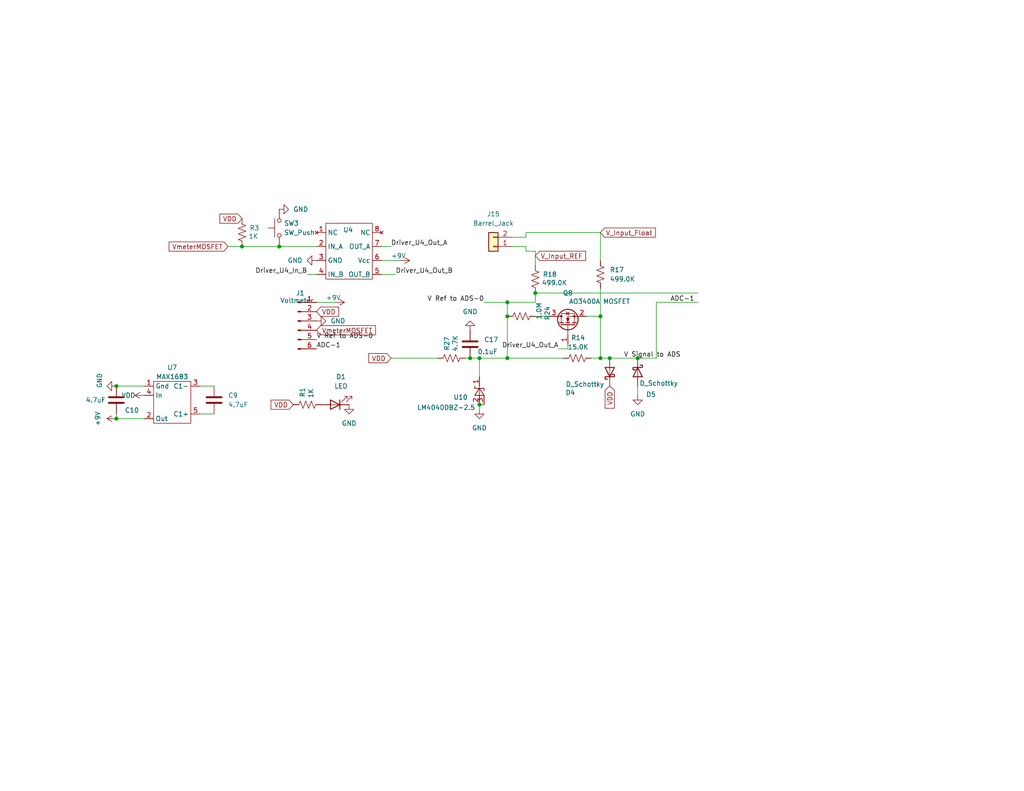
<source format=kicad_sch>
(kicad_sch (version 20250114) (generator "eeschema") (generator_version "9.0")
  (paper "USLetter")
  (title_block (title "Arduino Uno DMM Shield") (date "2025-02-22") (rev "1A") (company "Nick Mann"))
  (lib_symbols
    (symbol "Connector:Conn_01x06_Pin" (pin_names (offset 1.016) (hide yes))
      (property "Reference" "J" (at 0 7.62 0))
      (property "Value" "Conn_01x06_Pin" (at 0 -10.16 0))
      (symbol "Conn_01x06_Pin_1_1"
        (rectangle (start 0.8636 5.207) (end 0 4.953) (stroke (width 0.1524)) (fill (type outline)))
        (rectangle (start 0.8636 2.667) (end 0 2.413) (stroke (width 0.1524)) (fill (type outline)))
        (rectangle (start 0.8636 0.127) (end 0 -0.127) (stroke (width 0.1524)) (fill (type outline)))
        (rectangle (start 0.8636 -2.413) (end 0 -2.667) (stroke (width 0.1524)) (fill (type outline)))
        (rectangle (start 0.8636 -4.953) (end 0 -5.207) (stroke (width 0.1524)) (fill (type outline)))
        (rectangle (start 0.8636 -7.493) (end 0 -7.747) (stroke (width 0.1524)) (fill (type outline)))
        (polyline (pts (xy 1.27 5.08) (xy 0.8636 5.08)) (stroke (width 0.1524)))
        (polyline (pts (xy 1.27 2.54) (xy 0.8636 2.54)) (stroke (width 0.1524)))
        (polyline (pts (xy 1.27 0) (xy 0.8636 0)) (stroke (width 0.1524)))
        (polyline (pts (xy 1.27 -2.54) (xy 0.8636 -2.54)) (stroke (width 0.1524)))
        (polyline (pts (xy 1.27 -5.08) (xy 0.8636 -5.08)) (stroke (width 0.1524)))
        (polyline (pts (xy 1.27 -7.62) (xy 0.8636 -7.62)) (stroke (width 0.1524)))
        (pin passive line (at 5.08 5.08 180) (length 3.81) (name "Pin_1") (number "1"))
        (pin passive line (at 5.08 2.54 180) (length 3.81) (name "Pin_2") (number "2"))
        (pin passive line (at 5.08 0 180) (length 3.81) (name "Pin_3") (number "3"))
        (pin passive line (at 5.08 -2.54 180) (length 3.81) (name "Pin_4") (number "4"))
        (pin passive line (at 5.08 -5.08 180) (length 3.81) (name "Pin_5") (number "5"))
        (pin passive line (at 5.08 -7.62 180) (length 3.81) (name "Pin_6") (number "6"))
      )
    )
    (symbol "Connector_Generic:Conn_01x02" (pin_names (offset 1.016) (hide yes))
      (property "Reference" "J" (at 0 2.54 0))
      (property "Value" "Conn_01x02" (at 0 -5.08 0))
      (symbol "Conn_01x02_1_1"
        (rectangle (start -1.27 1.27) (end 1.27 -3.81) (stroke (width 0.254)) (fill (type background)))
        (rectangle (start -1.27 0.127) (end 0 -0.127) (stroke (width 0.1524)))
        (rectangle (start -1.27 -2.413) (end 0 -2.667) (stroke (width 0.1524)))
        (pin passive line (at -5.08 0 0) (length 3.81) (name "Pin_1") (number "1"))
        (pin passive line (at -5.08 -2.54 0) (length 3.81) (name "Pin_2") (number "2"))
      )
    )
    (symbol "CustomLibrary:IX4426_"
      (property "Reference" "U" (at 0.762 0 0))
      (symbol "IX4426__0_1"
        (rectangle (start 0 -1.27) (end 12.7 -16.51))
      )
      (symbol "IX4426__1_1"
        (pin no_connect line (at -2.54 -3.81 0) (length 2.54) (name "NC") (number "1"))
        (pin input line (at -2.54 -7.62 0) (length 2.54) (name "IN_A") (number "2"))
        (pin power_in line (at -2.54 -11.43 0) (length 2.54) (name "GND") (number "3"))
        (pin power_in line (at -2.54 -15.24 0) (length 2.54) (name "IN_B") (number "4"))
        (pin no_connect line (at 15.24 -3.81 180) (length 2.54) (name "NC") (number "8"))
        (pin power_in line (at 15.24 -7.62 180) (length 2.54) (name "OUT_A") (number "7"))
        (pin power_in line (at 15.24 -11.43 180) (length 2.54) (name "Vcc") (number "6"))
        (pin power_in line (at 15.24 -15.24 180) (length 2.54) (name "OUT_B") (number "5"))
      )
    )
    (symbol "Device:C" (pin_numbers (hide yes)) (pin_names (offset 0.254))
      (property "Reference" "C" (at 0.635 2.54 0))
      (property "Value" "C" (at 0.635 -2.54 0))
      (symbol "C_0_1"
        (polyline (pts (xy -2.032 0.762) (xy 2.032 0.762)) (stroke (width 0.508)))
        (polyline (pts (xy -2.032 -0.762) (xy 2.032 -0.762)) (stroke (width 0.508)))
      )
      (symbol "C_1_1"
        (pin passive line (at 0 3.81 270) (length 2.794) (name "~") (number "1"))
        (pin passive line (at 0 -3.81 90) (length 2.794) (name "~") (number "2"))
      )
    )
    (symbol "Device:D_Schottky" (pin_numbers (hide yes)) (pin_names (offset 1.016) (hide yes))
      (property "Reference" "D" (at 0 2.54 0))
      (property "Value" "D_Schottky" (at 0 -2.54 0))
      (symbol "D_Schottky_0_1"
        (polyline (pts (xy -1.905 0.635) (xy -1.905 1.27) (xy -1.27 1.27) (xy -1.27 -1.27) (xy -0.635 -1.27) (xy -0.635 -0.635)) (stroke (width 0.254)))
        (polyline (pts (xy 1.27 1.27) (xy 1.27 -1.27) (xy -1.27 0) (xy 1.27 1.27)) (stroke (width 0.254)))
        (polyline (pts (xy 1.27 0) (xy -1.27 0)))
      )
      (symbol "D_Schottky_1_1"
        (pin passive line (at -3.81 0 0) (length 2.54) (name "K") (number "1"))
        (pin passive line (at 3.81 0 180) (length 2.54) (name "A") (number "2"))
      )
    )
    (symbol "Device:LED" (pin_numbers (hide yes)) (pin_names (offset 1.016) (hide yes))
      (property "Reference" "D" (at 0 2.54 0))
      (property "Value" "LED" (at 0 -2.54 0))
      (symbol "LED_0_1"
        (polyline (pts (xy -3.048 -0.762) (xy -4.572 -2.286) (xy -3.81 -2.286) (xy -4.572 -2.286) (xy -4.572 -1.524)))
        (polyline (pts (xy -1.778 -0.762) (xy -3.302 -2.286) (xy -2.54 -2.286) (xy -3.302 -2.286) (xy -3.302 -1.524)))
        (polyline (pts (xy -1.27 0) (xy 1.27 0)))
        (polyline (pts (xy -1.27 -1.27) (xy -1.27 1.27)) (stroke (width 0.254)))
        (polyline (pts (xy 1.27 -1.27) (xy 1.27 1.27) (xy -1.27 0) (xy 1.27 -1.27)) (stroke (width 0.254)))
      )
      (symbol "LED_1_1"
        (pin passive line (at -3.81 0 0) (length 2.54) (name "K") (number "1"))
        (pin passive line (at 3.81 0 180) (length 2.54) (name "A") (number "2"))
      )
    )
    (symbol "Device:R_US" (pin_numbers (hide yes)) (pin_names (offset 0))
      (property "Reference" "R" (at 2.54 0 90))
      (property "Value" "R_US" (at -2.54 0 90))
      (symbol "R_US_0_1"
        (polyline (pts (xy 0 2.286) (xy 0 2.54)))
        (polyline (pts (xy 0 2.286) (xy 1.016 1.905) (xy 0 1.524) (xy -1.016 1.143) (xy 0 0.762)))
        (polyline (pts (xy 0 0.762) (xy 1.016 0.381) (xy 0 0) (xy -1.016 -0.381) (xy 0 -0.762)))
        (polyline (pts (xy 0 -0.762) (xy 1.016 -1.143) (xy 0 -1.524) (xy -1.016 -1.905) (xy 0 -2.286)))
        (polyline (pts (xy 0 -2.286) (xy 0 -2.54)))
      )
      (symbol "R_US_1_1"
        (pin passive line (at 0 3.81 270) (length 1.27) (name "~") (number "1"))
        (pin passive line (at 0 -3.81 90) (length 1.27) (name "~") (number "2"))
      )
    )
    (symbol "MIC4801:MAX1683"
      (property "Reference" "U" (at 0 0 0))
      (symbol "MAX1683_0_1"
        (rectangle (start 1.27 6.35) (end 11.43 -5.08))
      )
      (symbol "MAX1683_1_1"
        (pin input line (at -1.27 5.08 0) (length 2.54) (name "Gnd") (number "1"))
        (pin input line (at -1.27 2.54 0) (length 2.54) (name "In") (number "4"))
        (pin output line (at -1.27 -3.81 0) (length 2.54) (name "Out") (number "2"))
        (pin output line (at 13.97 5.08 180) (length 2.54) (name "C1-") (number "3"))
        (pin output line (at 13.97 -2.54 180) (length 2.54) (name "C1+") (number "5"))
      )
    )
    (symbol "Reference_Voltage:LM4040DBZ-2.5" (pin_names (offset 0.0254) (hide yes))
      (property "Reference" "U10" (at -1.778 7.112 90))
      (property "Value" "LM4040DBZ-2.5" (at -4.572 17.018 90))
      (symbol "LM4040DBZ-2.5_0_1"
        (polyline (pts (xy -1.27 0) (xy 0 0) (xy 1.27 0)))
        (polyline (pts (xy -1.27 -1.27) (xy 0.635 0) (xy -1.27 1.27) (xy -1.27 -1.27)) (stroke (width 0.2032)))
        (polyline (pts (xy 0 -1.27) (xy 0.635 -1.27) (xy 0.635 1.27) (xy 1.27 1.27)) (stroke (width 0.2032)))
      )
      (symbol "LM4040DBZ-2.5_1_1"
        (pin passive line (at -3.81 0 0) (length 2.54) (name "A") (number "2"))
        (pin input line (at -3.81 -1.27 0) (length 2.54) (name "nc_(gnd)") (number "3"))
        (pin passive line (at 3.81 0 180) (length 2.54) (name "K") (number "1"))
      )
    )
    (symbol "Switch:SW_Push" (pin_numbers (hide yes)) (pin_names (offset 1.016) (hide yes))
      (property "Reference" "SW" (at 1.27 2.54 0))
      (property "Value" "SW_Push" (at 0 -1.524 0))
      (symbol "SW_Push_0_1"
        (circle (center -2.032 0) (radius 0.508))
        (polyline (pts (xy 0 1.27) (xy 0 3.048)))
        (circle (center 2.032 0) (radius 0.508))
        (polyline (pts (xy 2.54 1.27) (xy -2.54 1.27)))
        (pin passive line (at -5.08 0 0) (length 2.54) (name "1") (number "1"))
        (pin passive line (at 5.08 0 180) (length 2.54) (name "2") (number "2"))
      )
    )
    (symbol "Transistor_FET:DMG2302U" (pin_names (hide yes))
      (property "Reference" "Q" (at 5.08 1.905 0))
      (property "Value" "DMG2302U" (at 5.08 0 0))
      (symbol "DMG2302U_0_1"
        (polyline (pts (xy 0.254 1.905) (xy 0.254 -1.905)) (stroke (width 0.254)))
        (polyline (pts (xy 0.254 0) (xy -2.54 0)))
        (polyline (pts (xy 0.762 2.286) (xy 0.762 1.27)) (stroke (width 0.254)))
        (polyline (pts (xy 0.762 0.508) (xy 0.762 -0.508)) (stroke (width 0.254)))
        (polyline (pts (xy 0.762 -1.27) (xy 0.762 -2.286)) (stroke (width 0.254)))
        (polyline (pts (xy 0.762 -1.778) (xy 3.302 -1.778) (xy 3.302 1.778) (xy 0.762 1.778)))
        (polyline (pts (xy 1.016 0) (xy 2.032 0.381) (xy 2.032 -0.381) (xy 1.016 0)) (fill (type outline)))
        (circle (center 1.651 0) (radius 2.794) (stroke (width 0.254)))
        (polyline (pts (xy 2.54 2.54) (xy 2.54 1.778)))
        (circle (center 2.54 1.778) (radius 0.254) (fill (type outline)))
        (circle (center 2.54 -1.778) (radius 0.254) (fill (type outline)))
        (polyline (pts (xy 2.54 -2.54) (xy 2.54 0) (xy 0.762 0)))
        (polyline (pts (xy 2.794 0.508) (xy 2.921 0.381) (xy 3.683 0.381) (xy 3.81 0.254)))
        (polyline (pts (xy 3.302 0.381) (xy 2.921 -0.254) (xy 3.683 -0.254) (xy 3.302 0.381)))
      )
      (symbol "DMG2302U_1_1"
        (pin input line (at -5.08 0 0) (length 2.54) (name "G") (number "1"))
        (pin passive line (at 2.54 5.08 270) (length 2.54) (name "D") (number "3"))
        (pin passive line (at 2.54 -5.08 90) (length 2.54) (name "S") (number "2"))
      )
    )
    (symbol "power:+5V" (power) (pin_names (offset 0))
      (property "Value" "+5V" (at 0 3.556 0))
      (symbol "+5V_0_1"
        (polyline (pts (xy -0.762 1.27) (xy 0 2.54)))
        (polyline (pts (xy 0 2.54) (xy 0.762 1.27)))
        (polyline (pts (xy 0 0) (xy 0 2.54)))
      )
      (symbol "+5V_1_1"
        (pin power_in line (at 0 0 90) (length 0) (hide yes) (name "+5V") (number "1"))
      )
    )
    (symbol "power:+9V" (power) (pin_numbers (hide yes)) (pin_names (offset 0) (hide yes))
      (property "Value" "+9V" (at 0 3.556 0))
      (symbol "+9V_0_1"
        (polyline (pts (xy -0.762 1.27) (xy 0 2.54)))
        (polyline (pts (xy 0 2.54) (xy 0.762 1.27)))
        (polyline (pts (xy 0 0) (xy 0 2.54)))
      )
      (symbol "+9V_1_1"
        (pin power_in line (at 0 0 90) (length 0) (name "~") (number "1"))
      )
    )
    (symbol "power:GND" (power) (pin_names (offset 0))
      (property "Value" "GND" (at 0 -3.81 0))
      (symbol "GND_0_1"
        (polyline (pts (xy 0 0) (xy 0 -1.27) (xy 1.27 -1.27) (xy 0 -2.54) (xy -1.27 -1.27) (xy 0 -1.27)))
      )
      (symbol "GND_1_1"
        (pin power_in line (at 0 0 270) (length 0) (hide yes) (name "GND") (number "1"))
      )
    )
  )
  (junction (at 163.83 97.79))
  (junction (at 130.81 110.49))
  (junction (at 173.99 97.79))
  (junction (at 130.81 97.79))
  (junction (at 128.27 97.79))
  (junction (at 76.2 67.31))
  (junction (at 138.43 86.36))
  (junction (at 66.04 67.31))
  (junction (at 138.43 82.55))
  (junction (at 163.83 86.36))
  (junction (at 166.37 97.79))
  (junction (at 31.75 114.3))
  (junction (at 31.75 105.41))
  (junction (at 138.43 97.79))
  (junction (at 146.05 80.01))
  (wire (pts (xy 163.83 63.5) (xy 143.51 63.5)))
  (wire (pts (xy 107.95 74.93) (xy 104.14 74.93)))
  (wire (pts (xy 146.05 68.58) (xy 143.51 68.58)))
  (wire (pts (xy 138.43 86.36) (xy 138.43 97.79)))
  (wire (pts (xy 127 97.79) (xy 128.27 97.79)))
  (wire (pts (xy 130.81 110.49) (xy 132.08 110.49)))
  (wire (pts (xy 31.75 105.41) (xy 39.37 105.41)))
  (wire (pts (xy 163.83 97.79) (xy 166.37 97.79)))
  (wire (pts (xy 130.81 111.76) (xy 130.81 110.49)))
  (wire (pts (xy 161.29 97.79) (xy 163.83 97.79)))
  (wire (pts (xy 173.99 97.79) (xy 179.07 97.79)))
  (wire (pts (xy 83.82 74.93) (xy 86.36 74.93)))
  (wire (pts (xy 163.83 86.36) (xy 163.83 97.79)))
  (wire (pts (xy 132.08 82.55) (xy 138.43 82.55)))
  (wire (pts (xy 138.43 97.79) (xy 153.67 97.79)))
  (wire (pts (xy 130.81 102.87) (xy 130.81 97.79)))
  (wire (pts (xy 31.75 113.03) (xy 31.75 114.3)))
  (wire (pts (xy 138.43 82.55) (xy 138.43 86.36)))
  (wire (pts (xy 173.99 105.41) (xy 173.99 107.95)))
  (wire (pts (xy 146.05 80.01) (xy 190.5 80.01)))
  (wire (pts (xy 104.14 67.31) (xy 106.68 67.31)))
  (wire (pts (xy 139.7 64.77) (xy 143.51 64.77)))
  (wire (pts (xy 154.94 95.25) (xy 154.94 93.98)))
  (wire (pts (xy 146.05 86.36) (xy 149.86 86.36)))
  (wire (pts (xy 54.61 105.41) (xy 58.42 105.41)))
  (wire (pts (xy 31.75 114.3) (xy 39.37 114.3)))
  (wire (pts (xy 54.61 113.03) (xy 58.42 113.03)))
  (wire (pts (xy 119.38 97.79) (xy 106.68 97.79)))
  (wire (pts (xy 143.51 67.31) (xy 143.51 68.58)))
  (wire (pts (xy 130.81 97.79) (xy 128.27 97.79)))
  (wire (pts (xy 179.07 82.55) (xy 179.07 97.79)))
  (wire (pts (xy 62.23 67.31) (xy 66.04 67.31)))
  (wire (pts (xy 138.43 82.55) (xy 146.05 82.55)))
  (wire (pts (xy 163.83 63.5) (xy 163.83 71.12)))
  (wire (pts (xy 139.7 67.31) (xy 143.51 67.31)))
  (wire (pts (xy 160.02 86.36) (xy 163.83 86.36)))
  (wire (pts (xy 146.05 80.01) (xy 146.05 82.55)))
  (wire (pts (xy 76.2 67.31) (xy 86.36 67.31)))
  (wire (pts (xy 166.37 97.79) (xy 173.99 97.79)))
  (wire (pts (xy 179.07 82.55) (xy 190.5 82.55)))
  (wire (pts (xy 146.05 68.58) (xy 146.05 72.39)))
  (wire (pts (xy 66.04 67.31) (xy 76.2 67.31)))
  (wire (pts (xy 143.51 64.77) (xy 143.51 63.5)))
  (wire (pts (xy 163.83 78.74) (xy 163.83 86.36)))
  (wire (pts (xy 130.81 97.79) (xy 138.43 97.79)))
  (wire (pts (xy 109.22 71.12) (xy 104.14 71.12)))
  (wire (pts (xy 91.44 82.55) (xy 86.36 82.55)))
  (wire (pts (xy 152.4 95.25) (xy 154.94 95.25)))
  (label "Driver_U4_Out_A" (at 106.68 67.31 0))
  (label "V Ref to ADS-0" (at 132.08 82.55 180))
  (label "Driver_U4_Out_B" (at 107.95 74.93 0))
  (label "V Signal to ADS" (at 170.18 97.79 0))
  (label "ADC-1" (at 86.36 95.25 0))
  (label "ADC-1" (at 182.88 82.55 0))
  (label "V Ref to ADS-0" (at 86.36 92.71 0))
  (label "Driver_U4_In_B" (at 83.82 74.93 180))
  (label "Driver_U4_Out_A" (at 152.4 95.25 180))
  (global_label "VmeterMOSFET" (shape input) (at 62.23 67.31 180) (property "Intersheetrefs" "${INTERSHEET_REFS}" (effects (hide yes))))
  (global_label "VDD" (shape input) (at 66.04 59.69 180) (property "Intersheetrefs" "${INTERSHEET_REFS}" (effects (hide yes))))
  (global_label "VDD" (shape input) (at 166.37 105.41 270) (property "Intersheetrefs" "${INTERSHEET_REFS}" (effects (hide yes))))
  (global_label "V_Input_Float" (shape input) (at 163.83 63.5 0) (property "Intersheetrefs" "${INTERSHEET_REFS}" (effects (hide yes))))
  (global_label "VDD" (shape input) (at 86.36 85.09 0) (property "Intersheetrefs" "${INTERSHEET_REFS}" (effects (hide yes))))
  (global_label "V_Input_REF" (shape input) (at 146.05 69.85 0) (property "Intersheetrefs" "${INTERSHEET_REFS}" (effects (hide yes))))
  (global_label "VmeterMOSFET" (shape input) (at 86.36 90.17 0) (property "Intersheetrefs" "${INTERSHEET_REFS}" (effects (hide yes))))
  (global_label "VDD" (shape input) (at 80.01 110.49 180) (property "Intersheetrefs" "${INTERSHEET_REFS}" (effects (hide yes))))
  (global_label "VDD" (shape input) (at 106.68 97.79 180) (property "Intersheetrefs" "${INTERSHEET_REFS}" (effects (hide yes))))
  (symbol (lib_id "Device:C") (at 31.75 109.22 0) (unit 1)
    (property "Reference" "C10" (at 34.036 112.014 0) (effects (justify left)))
    (property "Value" "4.7uF" (at 23.368 109.22 0) (effects (justify left)))
    (property "Footprint" "Capacitor_SMD:C_0805_2012Metric_Pad1.18x1.45mm_HandSolder" (effects (hide yes)))
    (property "Description" "Unpolarized capacitor" (effects (hide yes)))
    (property "Function" "Charge Pump" (effects (hide yes)))
  )
  (symbol (lib_id "power:+9V") (at 31.75 114.3 90) (unit 1)
    (property "Reference" "#PWR036" (effects (hide yes)))
    (property "Value" "+9V" (at 26.67 114.3 0))
    (property "Description" "Power symbol creates a global label with name \"+9V\"" (effects (hide yes)))
  )
  (symbol (lib_id "Transistor_FET:DMG2302U") (at 154.94 88.9 90) (unit 1)
    (property "Reference" "Q8" (at 154.94 80.01 90))
    (property "Value" "AO3400A MOSFET" (at 163.576 82.296 90))
    (property "Footprint" "Package_TO_SOT_SMD:SOT-23" (effects (hide yes)))
    (property "Datasheet" "http://www.diodes.com/assets/Datasheets/DMG2302U.pdf" (effects (hide yes)))
    (property "Description" "4.2A Id, 20V Vds, N-Channel MOSFET, SOT-23" (effects (hide yes)))
    (property "Function" "R Circuit Range Switch" (effects (hide yes)))
  )
  (symbol (lib_id "Device:R_US") (at 163.83 74.93 0) (unit 1)
    (property "Reference" "R17" (at 166.37 73.6599 0) (effects (justify left)))
    (property "Value" "499.0K" (at 166.37 76.1999 0) (effects (justify left)))
    (property "Footprint" "Resistor_SMD:R_0805_2012Metric_Pad1.20x1.40mm_HandSolder" (effects (hide yes)))
    (property "Description" "Resistor, US symbol" (effects (hide yes)))
    (property "ValueTemp" "75K" (effects (hide yes)))
    (property "Function" "V Signal Divider" (effects (hide yes)))
  )
  (symbol (lib_id "Device:R_US") (at 123.19 97.79 90) (unit 1)
    (property "Reference" "R27" (at 121.92 95.758 0) (effects (justify left)))
    (property "Value" "4.7K" (at 124.206 96.012 0) (effects (justify left)))
    (property "Footprint" "Resistor_SMD:R_0805_2012Metric_Pad1.20x1.40mm_HandSolder" (effects (hide yes)))
    (property "Description" "Resistor, US symbol" (effects (hide yes)))
    (property "ValueTemp" "5K" (effects (hide yes)))
    (property "Function" "Current Limit" (effects (hide yes)))
  )
  (symbol (lib_id "power:+9V") (at 91.44 82.55 270) (unit 1)
    (property "Reference" "#PWR02" (effects (hide yes)))
    (property "Value" "+9V" (at 88.9 81.28 90) (effects (justify left)))
    (property "Description" "Power symbol creates a global label with name \"+9V\"" (effects (hide yes)))
  )
  (symbol (lib_id "Device:D_Schottky") (at 173.99 101.6 270) (unit 1)
    (property "Reference" "D5" (at 176.276 107.696 90) (effects (justify left)))
    (property "Value" "D_Schottky" (at 174.498 104.648 90) (effects (justify left)))
    (property "Footprint" "Diode_SMD:D_SOD-123" (effects (hide yes)))
    (property "Description" "Schottky diode" (effects (hide yes)))
    (property "Function" "Overvoltage Proection" (effects (hide yes)))
  )
  (symbol (lib_id "power:+5V") (at 39.37 107.95 90) (unit 1)
    (property "Reference" "#PWR039" (effects (hide yes)))
    (property "Value" "VDD" (at 35.052 107.95 90))
  )
  (symbol (lib_id "power:GND") (at 86.36 87.63 90) (unit 1)
    (property "Reference" "#PWR01" (effects (hide yes)))
    (property "Value" "GND" (at 90.17 87.6299 90) (effects (justify right)))
    (property "Description" "Power symbol creates a global label with name \"GND\" , ground" (effects (hide yes)))
  )
  (symbol (lib_id "power:GND") (at 95.25 110.49 0) (unit 1)
    (property "Reference" "#PWR04" (effects (hide yes)))
    (property "Value" "GND" (at 95.25 115.57 0))
    (property "Description" "Power symbol creates a global label with name \"GND\" , ground" (effects (hide yes)))
  )
  (symbol (lib_id "power:GND") (at 31.75 105.41 270) (unit 1)
    (property "Reference" "#PWR037" (effects (hide yes)))
    (property "Value" "GND" (at 27.178 103.886 0))
    (property "Description" "Power symbol creates a global label with name \"GND\" , ground" (effects (hide yes)))
  )
  (symbol (lib_id "MIC4801:MAX1683") (at 40.64 110.49 0) (unit 1)
    (property "Reference" "U7" (at 46.99 100.33 0))
    (property "Value" "MAX1683" (at 46.99 102.87 0))
    (property "Footprint" "Package_TO_SOT_SMD:SOT-23-5_HandSoldering" (effects (hide yes)))
    (property "Datasheet" "https://www.analog.com/media/en/technical-documentation/data-sheets/MAX1682-MAX1683.pdf" (effects (hide yes)))
    (property "Description" "IC REG CHARGE PUMP 2VIN SOT23-5" (effects (hide yes)))
    (property "Function" "Voltage Doubler" (effects (hide yes)))
  )
  (symbol (lib_id "Connector_Generic:Conn_01x02") (at 134.62 67.31 180) (unit 1)
    (property "Reference" "J15" (at 134.62 58.42 0))
    (property "Value" "Barrel_Jack" (at 134.62 60.96 0))
    (property "Footprint" "TerminalBlock_Phoenix:TerminalBlock_Phoenix_MKDS-3-2-5.08_1x02_P5.08mm_Horizontal" (effects (hide yes)))
    (property "Description" "Generic connector, single row, 01x02, script generated (kicad-library-utils/schlib/autogen/connector/)" (effects (hide yes)))
    (property "ValueTemp" "Barrel_Jack" (effects (hide yes)))
  )
  (symbol (lib_id "Switch:SW_Push") (at 76.2 62.23 90) (unit 1)
    (property "Reference" "SW3" (at 77.47 60.9599 90) (effects (justify right)))
    (property "Value" "SW_Push" (at 77.47 63.4999 90) (effects (justify right)))
    (property "Footprint" "Button_Switch_SMD:SW_SPST_CK_RS282G05A3" (effects (hide yes)))
    (property "Description" "Push button switch, generic, two pins" (effects (hide yes)))
    (property "ValueTemp" "SW_Push" (effects (hide yes)))
  )
  (symbol (lib_id "Device:LED") (at 91.44 110.49 180) (unit 1)
    (property "Reference" "D1" (at 93.0275 102.87 0))
    (property "Value" "LED" (at 93.0275 105.41 0))
    (property "Footprint" "LED_SMD:LED_0805_2012Metric_Pad1.15x1.40mm_HandSolder" (effects (hide yes)))
    (property "Description" "Light emitting diode" (effects (hide yes)))
    (property "Sim.Pins" "1=K 2=A" (effects (hide yes)))
  )
  (symbol (lib_id "power:GND") (at 86.36 71.12 270) (unit 1)
    (property "Reference" "#PWR013" (effects (hide yes)))
    (property "Value" "GND" (at 82.55 71.1199 90) (effects (justify right)))
    (property "Description" "Power symbol creates a global label with name \"GND\" , ground" (effects (hide yes)))
  )
  (symbol (lib_id "Reference_Voltage:LM4040DBZ-2.5") (at 130.81 106.68 90) (unit 1)
    (property "Reference" "U10" (at 123.698 108.458 90) (effects (justify right)))
    (property "Value" "LM4040DBZ-2.5" (at 113.792 111.252 90) (effects (justify right)))
    (property "Footprint" "Package_TO_SOT_SMD:SOT-23" (effects (hide yes)))
    (property "Datasheet" "http://www.ti.com/lit/ds/symlink/lm4040-n.pdf" (effects (hide yes)))
    (property "Description" "2.500V Precision Micropower Shunt Voltage Reference, SOT-23" (effects (hide yes)))
    (property "Function" "V Reference Control" (effects (hide yes)))
  )
  (symbol (lib_id "Device:C") (at 58.42 109.22 0) (unit 1)
    (property "Reference" "C9" (at 62.23 107.9499 0) (effects (justify left)))
    (property "Value" "4.7uF" (at 62.23 110.4899 0) (effects (justify left)))
    (property "Footprint" "Capacitor_SMD:C_0805_2012Metric_Pad1.18x1.45mm_HandSolder" (effects (hide yes)))
    (property "Description" "Unpolarized capacitor" (effects (hide yes)))
    (property "Function" "Charge Pump" (effects (hide yes)))
  )
  (symbol (lib_id "Device:R_US") (at 157.48 97.79 90) (unit 1)
    (property "Reference" "R14" (at 157.734 92.202 90))
    (property "Value" "15.0K" (at 157.734 94.742 90))
    (property "Footprint" "Resistor_SMD:R_0805_2012Metric_Pad1.20x1.40mm_HandSolder" (effects (hide yes)))
    (property "Description" "Resistor, US symbol" (effects (hide yes)))
    (property "Function" "V Bridge" (effects (hide yes)))
  )
  (symbol (lib_id "Device:R_US") (at 66.04 63.5 0) (unit 1)
    (property "Reference" "R3" (at 68.072 62.23 0) (effects (justify left)))
    (property "Value" "1K" (at 67.818 64.516 0) (effects (justify left)))
    (property "Footprint" "Resistor_SMD:R_0805_2012Metric_Pad1.20x1.40mm_HandSolder" (effects (hide yes)))
    (property "Description" "Resistor, US symbol" (effects (hide yes)))
    (property "Function" "V Driver Pullup" (effects (hide yes)))
  )
  (symbol (lib_id "Device:D_Schottky") (at 166.37 101.6 90) (unit 1)
    (property "Reference" "D4" (at 156.972 107.188 90) (effects (justify left)))
    (property "Value" "D_Schottky" (at 164.846 104.902 90) (effects (justify left)))
    (property "Footprint" "Diode_SMD:D_SOD-123" (effects (hide yes)))
    (property "Description" "Schottky diode" (effects (hide yes)))
    (property "Function" "Overvoltage Proection" (effects (hide yes)))
  )
  (symbol (lib_id "power:+9V") (at 109.22 71.12 270) (unit 1)
    (property "Reference" "#PWR012" (effects (hide yes)))
    (property "Value" "+9V" (at 106.68 69.85 90) (effects (justify left)))
    (property "Description" "Power symbol creates a global label with name \"+9V\"" (effects (hide yes)))
  )
  (symbol (lib_id "Device:R_US") (at 142.24 86.36 270) (unit 1)
    (property "Reference" "R24" (at 149.352 83.566 0) (effects (justify left)))
    (property "Value" "1.0M" (at 147.066 82.55 0) (effects (justify left)))
    (property "Footprint" "Resistor_SMD:R_0805_2012Metric_Pad1.20x1.40mm_HandSolder" (effects (hide yes)))
    (property "Description" "Resistor, US symbol" (effects (hide yes)))
    (property "Function" "V REF Divider" (effects (hide yes)))
  )
  (symbol (lib_id "Device:C") (at 128.27 93.98 0) (unit 1)
    (property "Reference" "C17" (at 132.08 92.7099 0) (effects (justify left)))
    (property "Value" "0.1uF" (at 130.302 96.012 0) (effects (justify left)))
    (property "Footprint" "Capacitor_SMD:C_0805_2012Metric_Pad1.18x1.45mm_HandSolder" (effects (hide yes)))
    (property "Description" "Unpolarized capacitor" (effects (hide yes)))
    (property "Function" "Voltage Ref Smoothing" (effects (hide yes)))
  )
  (symbol (lib_id "Device:R_US") (at 83.82 110.49 90) (unit 1)
    (property "Reference" "R1" (at 82.55 108.458 0) (effects (justify left)))
    (property "Value" "1K" (at 84.836 108.712 0) (effects (justify left)))
    (property "Footprint" "Resistor_SMD:R_0805_2012Metric_Pad1.20x1.40mm_HandSolder" (effects (hide yes)))
    (property "Description" "Resistor, US symbol" (effects (hide yes)))
    (property "Function" "V Driver Pullup" (effects (hide yes)))
  )
  (symbol (lib_id "power:GND") (at 128.27 90.17 180) (unit 1)
    (property "Reference" "#PWR061" (effects (hide yes)))
    (property "Value" "GND" (at 128.27 85.09 0))
    (property "Description" "Power symbol creates a global label with name \"GND\" , ground" (effects (hide yes)))
  )
  (symbol (lib_id "Device:R_US") (at 146.05 76.2 0) (unit 1)
    (property "Reference" "R18" (at 148.082 74.93 0) (effects (justify left)))
    (property "Value" "499.0K" (at 147.828 77.216 0) (effects (justify left)))
    (property "Footprint" "Resistor_SMD:R_0805_2012Metric_Pad1.20x1.40mm_HandSolder" (effects (hide yes)))
    (property "Description" "Resistor, US symbol" (effects (hide yes)))
    (property "Function" "V REF Divider" (effects (hide yes)))
  )
  (symbol (lib_id "power:GND") (at 76.2 57.15 90) (unit 1)
    (property "Reference" "#PWR03" (effects (hide yes)))
    (property "Value" "GND" (at 80.01 57.1499 90) (effects (justify right)))
    (property "Description" "Power symbol creates a global label with name \"GND\" , ground" (effects (hide yes)))
  )
  (symbol (lib_id "power:GND") (at 173.99 107.95 0) (unit 1)
    (property "Reference" "#PWR062" (effects (hide yes)))
    (property "Value" "GND" (at 173.99 113.03 0))
    (property "Description" "Power symbol creates a global label with name \"GND\" , ground" (effects (hide yes)))
  )
  (symbol (lib_id "Connector:Conn_01x06_Pin") (at 81.28 87.63 0) (unit 1)
    (property "Reference" "J1" (at 81.915 80.01 0))
    (property "Value" "Voltmeter" (at 81.026 82.042 0))
    (property "Footprint" "Connector_PinSocket_2.54mm:PinSocket_1x06_P2.54mm_Vertical" (effects (hide yes)))
    (property "Description" "Generic connector, single row, 01x06, script generated" (effects (hide yes)))
    (property "ValueTemp" "Out to Screen" (effects (hide yes)))
  )
  (symbol (lib_id "CustomLibrary:IX4426_") (at 88.9 59.69 0) (unit 1)
    (property "Reference" "U4" (at 94.996 62.738 0))
    (property "Value" "IX4426N" (effects (hide yes)))
    (property "Footprint" "Package_SO:SOIC-8_3.9x4.9mm_P1.27mm" (effects (hide yes)))
  )
  (symbol (lib_id "power:GND") (at 130.81 111.76 0) (unit 1)
    (property "Reference" "#PWR064" (effects (hide yes)))
    (property "Value" "GND" (at 130.81 116.84 0))
    (property "Description" "Power symbol creates a global label with name \"GND\" , ground" (effects (hide yes)))
  )
)
</source>
